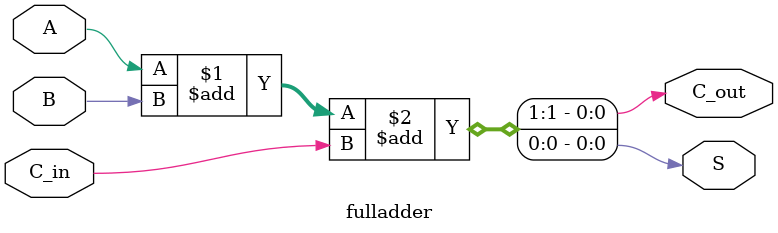
<source format=sv>
`timescale 1ns / 1ps


module fulladder(
    input logic A,
    input logic B,
    input logic C_in,
    output logic S,
    output logic C_out
    );
    assign {C_out, S} = A + B + C_in;
endmodule

</source>
